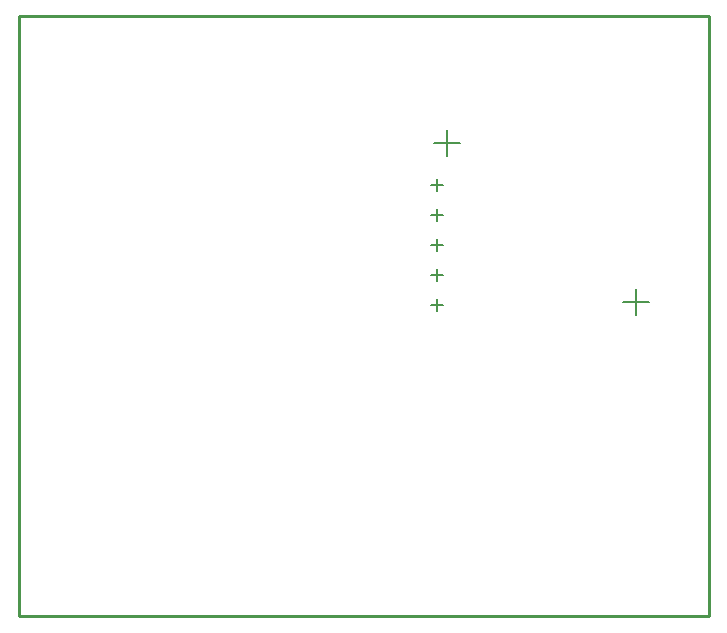
<source format=gko>
G04 Layer: BoardOutlineLayer*
G04 EasyEDA v6.5.5, 2022-06-01 21:54:51*
G04 8c1e14e235494d98a3ccc41632180272,c96cdaf6a0e44fa3bb1e134f2b5c86cb,10*
G04 Gerber Generator version 0.2*
G04 Scale: 100 percent, Rotated: No, Reflected: No *
G04 Dimensions in millimeters *
G04 leading zeros omitted , absolute positions ,4 integer and 5 decimal *
%FSLAX45Y45*%
%MOMM*%

%ADD10C,0.2540*%
%ADD11C,0.1270*%
D10*
X0Y0D02*
G01*
X5842000Y0D01*
X5842000Y-5080000D01*
X0Y-5080000D01*
X0Y0D01*
D11*
X3516122Y-1072642D02*
G01*
X3734561Y-1072642D01*
X3625341Y-1181862D02*
G01*
X3625341Y-963421D01*
X5116322Y-2418842D02*
G01*
X5334761Y-2418842D01*
X5225541Y-2528062D02*
G01*
X5225541Y-2309621D01*
X3485641Y-1428242D02*
G01*
X3587241Y-1428242D01*
X3536441Y-1479042D02*
G01*
X3536441Y-1377442D01*
X3485641Y-1682242D02*
G01*
X3587241Y-1682242D01*
X3536441Y-1733042D02*
G01*
X3536441Y-1631442D01*
X3485641Y-1936242D02*
G01*
X3587241Y-1936242D01*
X3536441Y-1987042D02*
G01*
X3536441Y-1885442D01*
X3485641Y-2190242D02*
G01*
X3587241Y-2190242D01*
X3536441Y-2241042D02*
G01*
X3536441Y-2139442D01*
X3485641Y-2444242D02*
G01*
X3587241Y-2444242D01*
X3536441Y-2495042D02*
G01*
X3536441Y-2393442D01*

%LPD*%
M02*

</source>
